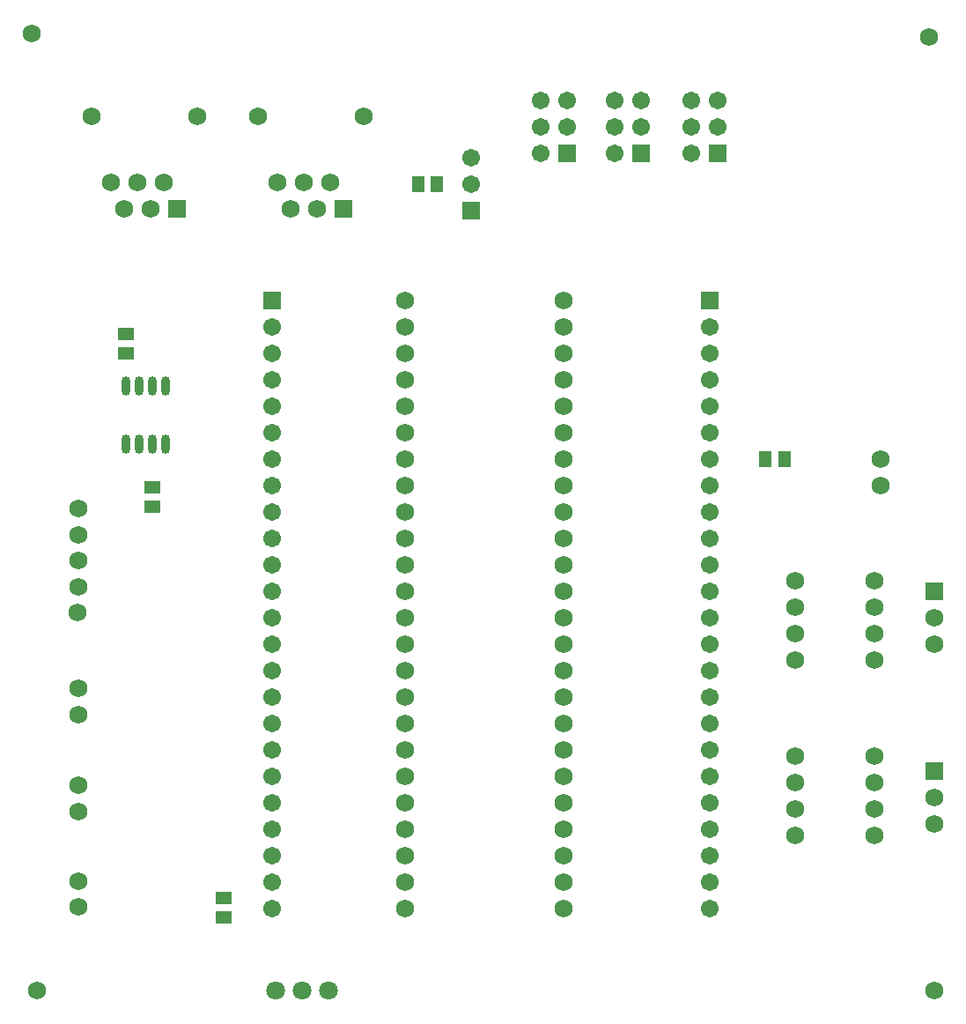
<source format=gbr>
%TF.GenerationSoftware,Altium Limited,Altium Designer,19.1.8 (144)*%
G04 Layer_Color=8388736*
%FSLAX26Y26*%
%MOIN*%
%TF.FileFunction,Soldermask,Top*%
%TF.Part,Single*%
G01*
G75*
%TA.AperFunction,ComponentPad*%
%ADD26C,0.068000*%
%ADD27R,0.068000X0.068000*%
%ADD28C,0.067055*%
%ADD29R,0.067055X0.067055*%
%TA.AperFunction,ViaPad*%
%ADD30C,0.068000*%
%TA.AperFunction,ComponentPad*%
%ADD31R,0.068000X0.068000*%
%ADD32C,0.070992*%
%TA.AperFunction,SMDPad,CuDef*%
%ADD37R,0.059181X0.049339*%
%ADD38O,0.033591X0.072961*%
%ADD39R,0.063118X0.049339*%
%ADD40R,0.049339X0.059181*%
%ADD41R,0.049339X0.063118*%
D26*
X1045000Y3185000D02*
D03*
X1145000D02*
D03*
X1245000D02*
D03*
X1095000Y3085000D02*
D03*
X1195000D02*
D03*
X970000Y3435000D02*
D03*
X1370000D02*
D03*
X740000D02*
D03*
X340000D02*
D03*
X565000Y3085000D02*
D03*
X465000D02*
D03*
X615000Y3185000D02*
D03*
X515000D02*
D03*
X415000D02*
D03*
X3326023Y2039984D02*
D03*
Y2138410D02*
D03*
X290000Y1951024D02*
D03*
Y1852598D02*
D03*
Y1754173D02*
D03*
Y1655748D02*
D03*
X286063Y1557323D02*
D03*
X2126614Y1138409D02*
D03*
Y1238409D02*
D03*
Y1338409D02*
D03*
Y2738410D02*
D03*
Y2638410D02*
D03*
Y2538410D02*
D03*
X1526614Y1338409D02*
D03*
X2126614Y1038409D02*
D03*
Y938409D02*
D03*
Y838409D02*
D03*
Y738409D02*
D03*
Y638409D02*
D03*
Y538409D02*
D03*
Y438409D02*
D03*
X1526614D02*
D03*
Y538409D02*
D03*
Y638409D02*
D03*
Y738409D02*
D03*
Y838409D02*
D03*
Y938409D02*
D03*
Y1038409D02*
D03*
Y1138409D02*
D03*
Y1238409D02*
D03*
X2126614Y2438410D02*
D03*
Y2338410D02*
D03*
Y2238410D02*
D03*
Y2138410D02*
D03*
Y2038409D02*
D03*
Y1938409D02*
D03*
Y1838409D02*
D03*
Y1738409D02*
D03*
Y1638409D02*
D03*
Y1538409D02*
D03*
Y1438409D02*
D03*
X1526614D02*
D03*
Y1538409D02*
D03*
Y1638409D02*
D03*
Y1738409D02*
D03*
Y1838409D02*
D03*
Y1938409D02*
D03*
Y2038409D02*
D03*
Y2138410D02*
D03*
Y2238410D02*
D03*
Y2338410D02*
D03*
Y2438410D02*
D03*
Y2538410D02*
D03*
Y2638410D02*
D03*
Y2738410D02*
D03*
X290000Y806501D02*
D03*
Y904926D02*
D03*
X3530000Y760000D02*
D03*
Y860000D02*
D03*
Y1440000D02*
D03*
Y1540000D02*
D03*
X3005000Y1015000D02*
D03*
Y915000D02*
D03*
Y815000D02*
D03*
Y715000D02*
D03*
X3305000D02*
D03*
Y815000D02*
D03*
Y915000D02*
D03*
Y1015000D02*
D03*
X3005000Y1680000D02*
D03*
Y1580000D02*
D03*
Y1480000D02*
D03*
Y1380000D02*
D03*
X3305000D02*
D03*
Y1480000D02*
D03*
Y1580000D02*
D03*
Y1680000D02*
D03*
X290000Y543346D02*
D03*
Y444921D02*
D03*
Y1271693D02*
D03*
Y1173268D02*
D03*
D27*
X1295000Y3085000D02*
D03*
X665000D02*
D03*
D28*
X2040000Y3495000D02*
D03*
X2140000D02*
D03*
X2040000Y3395000D02*
D03*
X2140000D02*
D03*
X2040000Y3295000D02*
D03*
X2682126Y438409D02*
D03*
Y538409D02*
D03*
Y638409D02*
D03*
Y738409D02*
D03*
Y838409D02*
D03*
Y938409D02*
D03*
Y1038409D02*
D03*
Y1138409D02*
D03*
Y1238409D02*
D03*
Y1338409D02*
D03*
Y1438409D02*
D03*
Y1538409D02*
D03*
Y1638409D02*
D03*
Y1738409D02*
D03*
Y1838409D02*
D03*
Y1938409D02*
D03*
Y2038409D02*
D03*
Y2138410D02*
D03*
Y2238410D02*
D03*
Y2338410D02*
D03*
Y2438410D02*
D03*
Y2538410D02*
D03*
Y2638410D02*
D03*
X1024252Y438409D02*
D03*
Y538409D02*
D03*
Y638409D02*
D03*
Y738409D02*
D03*
Y838409D02*
D03*
Y938409D02*
D03*
Y1038409D02*
D03*
Y1138409D02*
D03*
Y1238409D02*
D03*
Y1338409D02*
D03*
Y1438409D02*
D03*
Y1538409D02*
D03*
Y1638409D02*
D03*
Y1738409D02*
D03*
Y1838409D02*
D03*
Y1938409D02*
D03*
Y2038409D02*
D03*
Y2138410D02*
D03*
Y2238410D02*
D03*
Y2338410D02*
D03*
Y2438410D02*
D03*
Y2538410D02*
D03*
Y2638410D02*
D03*
X1776614Y3178408D02*
D03*
Y3278408D02*
D03*
X2610000Y3295000D02*
D03*
X2710000Y3395000D02*
D03*
X2610000D02*
D03*
X2710000Y3495000D02*
D03*
X2610000D02*
D03*
X2320000Y3295000D02*
D03*
X2420000Y3395000D02*
D03*
X2320000D02*
D03*
X2420000Y3495000D02*
D03*
X2320000D02*
D03*
D29*
X2140000Y3295000D02*
D03*
X2682126Y2738410D02*
D03*
X1024252D02*
D03*
X1776614Y3078408D02*
D03*
X2710000Y3295000D02*
D03*
X2420000D02*
D03*
D30*
X3510000Y3735000D02*
D03*
X3529996Y130000D02*
D03*
X135000Y130000D02*
D03*
X115000Y3750000D02*
D03*
D31*
X3530000Y960000D02*
D03*
Y1640000D02*
D03*
D32*
X1038032Y129961D02*
D03*
X1138032D02*
D03*
X1238032D02*
D03*
D37*
X470161Y2611244D02*
D03*
Y2538410D02*
D03*
D38*
X620161Y2416575D02*
D03*
X570161D02*
D03*
X520161D02*
D03*
X470161D02*
D03*
X620161Y2194134D02*
D03*
X570161D02*
D03*
X520161D02*
D03*
X470161D02*
D03*
D39*
X570161Y1958583D02*
D03*
Y2031417D02*
D03*
X841181Y478386D02*
D03*
Y405551D02*
D03*
D40*
X1575584Y3178409D02*
D03*
X1648419D02*
D03*
D41*
X2891378Y2137835D02*
D03*
X2964213D02*
D03*
%TF.MD5,a51a722b1387e8589d3b935ed31df29a*%
M02*

</source>
